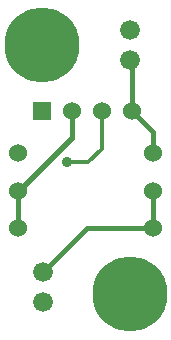
<source format=gtl>
G04 (created by PCBNEW (2013-03-19 BZR 4004)-stable) date 4/21/2013 11:48:38 AM*
%MOIN*%
G04 Gerber Fmt 3.4, Leading zero omitted, Abs format*
%FSLAX34Y34*%
G01*
G70*
G90*
G04 APERTURE LIST*
%ADD10C,2.3622e-006*%
%ADD11R,0.06X0.06*%
%ADD12C,0.06*%
%ADD13C,0.25*%
%ADD14C,0.066*%
%ADD15C,0.035*%
%ADD16C,0.015*%
%ADD17C,0.012*%
%ADD18C,0.008*%
G04 APERTURE END LIST*
G54D10*
G54D11*
X63750Y-31200D03*
G54D12*
X64750Y-31200D03*
X65750Y-31200D03*
X66750Y-31200D03*
G54D13*
X63750Y-29000D03*
X66700Y-37300D03*
G54D12*
X62950Y-35100D03*
X67450Y-35100D03*
X62950Y-33850D03*
X67450Y-33850D03*
X62950Y-32600D03*
X67450Y-32600D03*
G54D14*
X66700Y-29500D03*
X66700Y-28500D03*
X63800Y-36550D03*
X63800Y-37550D03*
G54D15*
X64600Y-32900D03*
G54D16*
X67450Y-32600D02*
X67450Y-31900D01*
X67450Y-31900D02*
X66750Y-31200D01*
X66750Y-31200D02*
X66750Y-29550D01*
X66750Y-29550D02*
X66700Y-29500D01*
G54D17*
X64600Y-32900D02*
X65300Y-32900D01*
X65300Y-32900D02*
X65750Y-32450D01*
X65750Y-32450D02*
X65750Y-31200D01*
G54D18*
X65300Y-32900D02*
X65750Y-32450D01*
G54D16*
X64750Y-31200D02*
X64750Y-32050D01*
X64750Y-32050D02*
X62950Y-33850D01*
X62950Y-35100D02*
X62950Y-33850D01*
X62950Y-33700D02*
X63150Y-33700D01*
X64750Y-32100D02*
X64750Y-31200D01*
X63150Y-33700D02*
X64750Y-32100D01*
X62950Y-35100D02*
X62950Y-33700D01*
X67450Y-35100D02*
X65250Y-35100D01*
X65250Y-35100D02*
X63800Y-36550D01*
X67450Y-35100D02*
X67450Y-33850D01*
M02*

</source>
